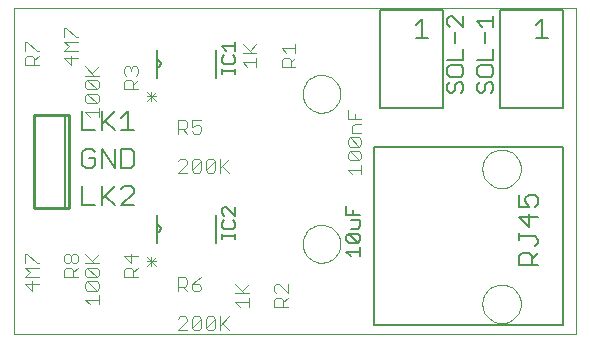
<source format=gto>
G75*
%MOIN*%
%OFA0B0*%
%FSLAX24Y24*%
%IPPOS*%
%LPD*%
%AMOC8*
5,1,8,0,0,1.08239X$1,22.5*
%
%ADD10C,0.0000*%
%ADD11C,0.0060*%
%ADD12C,0.0050*%
%ADD13C,0.0080*%
%ADD14C,0.0030*%
%ADD15C,0.0040*%
%ADD16C,0.0100*%
D10*
X000333Y003833D02*
X000333Y014703D01*
X019075Y014703D01*
X019075Y003833D01*
X000333Y003833D01*
X009953Y006833D02*
X009955Y006883D01*
X009961Y006933D01*
X009971Y006982D01*
X009985Y007030D01*
X010002Y007077D01*
X010023Y007122D01*
X010048Y007166D01*
X010076Y007207D01*
X010108Y007246D01*
X010142Y007283D01*
X010179Y007317D01*
X010219Y007347D01*
X010261Y007374D01*
X010305Y007398D01*
X010351Y007419D01*
X010398Y007435D01*
X010446Y007448D01*
X010496Y007457D01*
X010545Y007462D01*
X010596Y007463D01*
X010646Y007460D01*
X010695Y007453D01*
X010744Y007442D01*
X010792Y007427D01*
X010838Y007409D01*
X010883Y007387D01*
X010926Y007361D01*
X010967Y007332D01*
X011006Y007300D01*
X011042Y007265D01*
X011074Y007227D01*
X011104Y007187D01*
X011131Y007144D01*
X011154Y007100D01*
X011173Y007054D01*
X011189Y007006D01*
X011201Y006957D01*
X011209Y006908D01*
X011213Y006858D01*
X011213Y006808D01*
X011209Y006758D01*
X011201Y006709D01*
X011189Y006660D01*
X011173Y006612D01*
X011154Y006566D01*
X011131Y006522D01*
X011104Y006479D01*
X011074Y006439D01*
X011042Y006401D01*
X011006Y006366D01*
X010967Y006334D01*
X010926Y006305D01*
X010883Y006279D01*
X010838Y006257D01*
X010792Y006239D01*
X010744Y006224D01*
X010695Y006213D01*
X010646Y006206D01*
X010596Y006203D01*
X010545Y006204D01*
X010496Y006209D01*
X010446Y006218D01*
X010398Y006231D01*
X010351Y006247D01*
X010305Y006268D01*
X010261Y006292D01*
X010219Y006319D01*
X010179Y006349D01*
X010142Y006383D01*
X010108Y006420D01*
X010076Y006459D01*
X010048Y006500D01*
X010023Y006544D01*
X010002Y006589D01*
X009985Y006636D01*
X009971Y006684D01*
X009961Y006733D01*
X009955Y006783D01*
X009953Y006833D01*
X015943Y004833D02*
X015945Y004883D01*
X015951Y004933D01*
X015961Y004982D01*
X015974Y005031D01*
X015992Y005078D01*
X016013Y005124D01*
X016037Y005167D01*
X016065Y005209D01*
X016096Y005249D01*
X016130Y005286D01*
X016167Y005320D01*
X016207Y005351D01*
X016249Y005379D01*
X016292Y005403D01*
X016338Y005424D01*
X016385Y005442D01*
X016434Y005455D01*
X016483Y005465D01*
X016533Y005471D01*
X016583Y005473D01*
X016633Y005471D01*
X016683Y005465D01*
X016732Y005455D01*
X016781Y005442D01*
X016828Y005424D01*
X016874Y005403D01*
X016917Y005379D01*
X016959Y005351D01*
X016999Y005320D01*
X017036Y005286D01*
X017070Y005249D01*
X017101Y005209D01*
X017129Y005167D01*
X017153Y005124D01*
X017174Y005078D01*
X017192Y005031D01*
X017205Y004982D01*
X017215Y004933D01*
X017221Y004883D01*
X017223Y004833D01*
X017221Y004783D01*
X017215Y004733D01*
X017205Y004684D01*
X017192Y004635D01*
X017174Y004588D01*
X017153Y004542D01*
X017129Y004499D01*
X017101Y004457D01*
X017070Y004417D01*
X017036Y004380D01*
X016999Y004346D01*
X016959Y004315D01*
X016917Y004287D01*
X016874Y004263D01*
X016828Y004242D01*
X016781Y004224D01*
X016732Y004211D01*
X016683Y004201D01*
X016633Y004195D01*
X016583Y004193D01*
X016533Y004195D01*
X016483Y004201D01*
X016434Y004211D01*
X016385Y004224D01*
X016338Y004242D01*
X016292Y004263D01*
X016249Y004287D01*
X016207Y004315D01*
X016167Y004346D01*
X016130Y004380D01*
X016096Y004417D01*
X016065Y004457D01*
X016037Y004499D01*
X016013Y004542D01*
X015992Y004588D01*
X015974Y004635D01*
X015961Y004684D01*
X015951Y004733D01*
X015945Y004783D01*
X015943Y004833D01*
X015943Y009333D02*
X015945Y009383D01*
X015951Y009433D01*
X015961Y009482D01*
X015974Y009531D01*
X015992Y009578D01*
X016013Y009624D01*
X016037Y009667D01*
X016065Y009709D01*
X016096Y009749D01*
X016130Y009786D01*
X016167Y009820D01*
X016207Y009851D01*
X016249Y009879D01*
X016292Y009903D01*
X016338Y009924D01*
X016385Y009942D01*
X016434Y009955D01*
X016483Y009965D01*
X016533Y009971D01*
X016583Y009973D01*
X016633Y009971D01*
X016683Y009965D01*
X016732Y009955D01*
X016781Y009942D01*
X016828Y009924D01*
X016874Y009903D01*
X016917Y009879D01*
X016959Y009851D01*
X016999Y009820D01*
X017036Y009786D01*
X017070Y009749D01*
X017101Y009709D01*
X017129Y009667D01*
X017153Y009624D01*
X017174Y009578D01*
X017192Y009531D01*
X017205Y009482D01*
X017215Y009433D01*
X017221Y009383D01*
X017223Y009333D01*
X017221Y009283D01*
X017215Y009233D01*
X017205Y009184D01*
X017192Y009135D01*
X017174Y009088D01*
X017153Y009042D01*
X017129Y008999D01*
X017101Y008957D01*
X017070Y008917D01*
X017036Y008880D01*
X016999Y008846D01*
X016959Y008815D01*
X016917Y008787D01*
X016874Y008763D01*
X016828Y008742D01*
X016781Y008724D01*
X016732Y008711D01*
X016683Y008701D01*
X016633Y008695D01*
X016583Y008693D01*
X016533Y008695D01*
X016483Y008701D01*
X016434Y008711D01*
X016385Y008724D01*
X016338Y008742D01*
X016292Y008763D01*
X016249Y008787D01*
X016207Y008815D01*
X016167Y008846D01*
X016130Y008880D01*
X016096Y008917D01*
X016065Y008957D01*
X016037Y008999D01*
X016013Y009042D01*
X015992Y009088D01*
X015974Y009135D01*
X015961Y009184D01*
X015951Y009233D01*
X015945Y009283D01*
X015943Y009333D01*
X009953Y011833D02*
X009955Y011883D01*
X009961Y011933D01*
X009971Y011982D01*
X009985Y012030D01*
X010002Y012077D01*
X010023Y012122D01*
X010048Y012166D01*
X010076Y012207D01*
X010108Y012246D01*
X010142Y012283D01*
X010179Y012317D01*
X010219Y012347D01*
X010261Y012374D01*
X010305Y012398D01*
X010351Y012419D01*
X010398Y012435D01*
X010446Y012448D01*
X010496Y012457D01*
X010545Y012462D01*
X010596Y012463D01*
X010646Y012460D01*
X010695Y012453D01*
X010744Y012442D01*
X010792Y012427D01*
X010838Y012409D01*
X010883Y012387D01*
X010926Y012361D01*
X010967Y012332D01*
X011006Y012300D01*
X011042Y012265D01*
X011074Y012227D01*
X011104Y012187D01*
X011131Y012144D01*
X011154Y012100D01*
X011173Y012054D01*
X011189Y012006D01*
X011201Y011957D01*
X011209Y011908D01*
X011213Y011858D01*
X011213Y011808D01*
X011209Y011758D01*
X011201Y011709D01*
X011189Y011660D01*
X011173Y011612D01*
X011154Y011566D01*
X011131Y011522D01*
X011104Y011479D01*
X011074Y011439D01*
X011042Y011401D01*
X011006Y011366D01*
X010967Y011334D01*
X010926Y011305D01*
X010883Y011279D01*
X010838Y011257D01*
X010792Y011239D01*
X010744Y011224D01*
X010695Y011213D01*
X010646Y011206D01*
X010596Y011203D01*
X010545Y011204D01*
X010496Y011209D01*
X010446Y011218D01*
X010398Y011231D01*
X010351Y011247D01*
X010305Y011268D01*
X010261Y011292D01*
X010219Y011319D01*
X010179Y011349D01*
X010142Y011383D01*
X010108Y011420D01*
X010076Y011459D01*
X010048Y011500D01*
X010023Y011544D01*
X010002Y011589D01*
X009985Y011636D01*
X009971Y011684D01*
X009961Y011733D01*
X009955Y011783D01*
X009953Y011833D01*
D11*
X007063Y012373D02*
X007063Y013293D01*
X005103Y013293D02*
X005103Y012373D01*
X005103Y012713D02*
X005124Y012716D01*
X005144Y012722D01*
X005162Y012732D01*
X005179Y012744D01*
X005193Y012760D01*
X005204Y012777D01*
X005212Y012797D01*
X005217Y012817D01*
X005218Y012838D01*
X005215Y012859D01*
X005209Y012879D01*
X005199Y012897D01*
X005187Y012914D01*
X005171Y012928D01*
X005154Y012939D01*
X005134Y012947D01*
X005114Y012952D01*
X005093Y012953D01*
X004116Y011254D02*
X004116Y010613D01*
X004329Y010613D02*
X003902Y010613D01*
X003685Y010613D02*
X003365Y010934D01*
X003258Y010827D02*
X003685Y011254D01*
X003902Y011040D02*
X004116Y011254D01*
X003258Y011254D02*
X003258Y010613D01*
X003040Y010613D02*
X002613Y010613D01*
X002613Y011254D01*
X002016Y011091D02*
X002016Y008075D01*
X002613Y008113D02*
X003040Y008113D01*
X003258Y008113D02*
X003258Y008754D01*
X003258Y008327D02*
X003685Y008754D01*
X003902Y008647D02*
X004009Y008754D01*
X004223Y008754D01*
X004329Y008647D01*
X004329Y008540D01*
X003902Y008113D01*
X004329Y008113D01*
X003685Y008113D02*
X003365Y008434D01*
X002613Y008754D02*
X002613Y008113D01*
X002720Y009363D02*
X002934Y009363D01*
X003040Y009470D01*
X003040Y009684D01*
X002827Y009684D01*
X003040Y009897D02*
X002934Y010004D01*
X002720Y010004D01*
X002613Y009897D01*
X002613Y009470D01*
X002720Y009363D01*
X003258Y009363D02*
X003258Y010004D01*
X003685Y009363D01*
X003685Y010004D01*
X003902Y010004D02*
X004223Y010004D01*
X004329Y009897D01*
X004329Y009470D01*
X004223Y009363D01*
X003902Y009363D01*
X003902Y010004D01*
X005103Y007793D02*
X005103Y006873D01*
X005103Y007213D02*
X005124Y007216D01*
X005144Y007222D01*
X005162Y007232D01*
X005179Y007244D01*
X005193Y007260D01*
X005204Y007277D01*
X005212Y007297D01*
X005217Y007317D01*
X005218Y007338D01*
X005215Y007359D01*
X005209Y007379D01*
X005199Y007397D01*
X005187Y007414D01*
X005171Y007428D01*
X005154Y007439D01*
X005134Y007447D01*
X005114Y007452D01*
X005093Y007453D01*
X007063Y007793D02*
X007063Y006873D01*
X017163Y006971D02*
X017163Y007185D01*
X017163Y007078D02*
X017697Y007078D01*
X017803Y006971D01*
X017803Y006865D01*
X017697Y006758D01*
X017803Y006540D02*
X017590Y006327D01*
X017590Y006434D02*
X017590Y006113D01*
X017803Y006113D02*
X017163Y006113D01*
X017163Y006434D01*
X017270Y006540D01*
X017483Y006540D01*
X017590Y006434D01*
X017483Y007402D02*
X017483Y007829D01*
X017483Y008047D02*
X017163Y008047D01*
X017163Y008474D01*
X017376Y008367D02*
X017483Y008474D01*
X017697Y008474D01*
X017803Y008367D01*
X017803Y008154D01*
X017697Y008047D01*
X017483Y008047D02*
X017376Y008260D01*
X017376Y008367D01*
X017163Y007723D02*
X017483Y007402D01*
X017803Y007723D02*
X017163Y007723D01*
D12*
X011858Y007798D02*
X011408Y007798D01*
X011408Y008098D01*
X011633Y007948D02*
X011633Y007798D01*
X011558Y007638D02*
X011858Y007638D01*
X011858Y007413D01*
X011783Y007338D01*
X011558Y007338D01*
X011483Y007177D02*
X011783Y006877D01*
X011858Y006952D01*
X011858Y007102D01*
X011783Y007177D01*
X011483Y007177D01*
X011408Y007102D01*
X011408Y006952D01*
X011483Y006877D01*
X011783Y006877D01*
X011858Y006717D02*
X011858Y006417D01*
X011858Y006567D02*
X011408Y006567D01*
X011558Y006417D01*
X007708Y007008D02*
X007708Y007158D01*
X007708Y007083D02*
X007258Y007083D01*
X007258Y007008D02*
X007258Y007158D01*
X007333Y007315D02*
X007633Y007315D01*
X007708Y007390D01*
X007708Y007540D01*
X007633Y007616D01*
X007708Y007776D02*
X007408Y008076D01*
X007333Y008076D01*
X007258Y008001D01*
X007258Y007851D01*
X007333Y007776D01*
X007333Y007616D02*
X007258Y007540D01*
X007258Y007390D01*
X007333Y007315D01*
X007708Y007776D02*
X007708Y008076D01*
X007708Y012508D02*
X007708Y012658D01*
X007708Y012583D02*
X007258Y012583D01*
X007258Y012508D02*
X007258Y012658D01*
X007333Y012815D02*
X007633Y012815D01*
X007708Y012890D01*
X007708Y013040D01*
X007633Y013116D01*
X007708Y013276D02*
X007708Y013576D01*
X007708Y013426D02*
X007258Y013426D01*
X007408Y013276D01*
X007333Y013116D02*
X007258Y013040D01*
X007258Y012890D01*
X007333Y012815D01*
X013735Y013710D02*
X014142Y013710D01*
X013938Y013710D02*
X013938Y014321D01*
X013735Y014117D01*
X014758Y014160D02*
X014850Y014068D01*
X014758Y014160D02*
X014758Y014343D01*
X014850Y014435D01*
X014941Y014435D01*
X015308Y014068D01*
X015308Y014435D01*
X015758Y014252D02*
X016308Y014252D01*
X016308Y014435D02*
X016308Y014068D01*
X016033Y013883D02*
X016033Y013516D01*
X016308Y013330D02*
X016308Y012963D01*
X015758Y012963D01*
X015850Y012778D02*
X015758Y012686D01*
X015758Y012503D01*
X015850Y012411D01*
X016217Y012411D01*
X016308Y012503D01*
X016308Y012686D01*
X016217Y012778D01*
X015850Y012778D01*
X015308Y012686D02*
X015308Y012503D01*
X015217Y012411D01*
X014850Y012411D01*
X014758Y012503D01*
X014758Y012686D01*
X014850Y012778D01*
X015217Y012778D01*
X015308Y012686D01*
X015308Y012963D02*
X015308Y013330D01*
X015033Y013516D02*
X015033Y013883D01*
X015758Y014252D02*
X015941Y014068D01*
X015308Y012963D02*
X014758Y012963D01*
X014850Y012225D02*
X014758Y012134D01*
X014758Y011950D01*
X014850Y011858D01*
X014941Y011858D01*
X015033Y011950D01*
X015033Y012134D01*
X015125Y012225D01*
X015217Y012225D01*
X015308Y012134D01*
X015308Y011950D01*
X015217Y011858D01*
X015758Y011950D02*
X015850Y011858D01*
X015941Y011858D01*
X016033Y011950D01*
X016033Y012134D01*
X016125Y012225D01*
X016217Y012225D01*
X016308Y012134D01*
X016308Y011950D01*
X016217Y011858D01*
X015758Y011950D02*
X015758Y012134D01*
X015850Y012225D01*
X017735Y013710D02*
X018142Y013710D01*
X017938Y013710D02*
X017938Y014321D01*
X017735Y014117D01*
D13*
X018634Y014639D02*
X018634Y011375D01*
X016533Y011375D01*
X016533Y014639D01*
X018634Y014639D01*
X014634Y014639D02*
X014634Y011375D01*
X012533Y011375D01*
X012533Y014639D01*
X014634Y014639D01*
X012324Y010047D02*
X018647Y010047D01*
X018647Y004120D01*
X012324Y004120D01*
X012324Y010047D01*
D14*
X005070Y011588D02*
X004756Y011902D01*
X004756Y011745D02*
X005070Y011745D01*
X005070Y011902D02*
X004756Y011588D01*
X004913Y011588D02*
X004913Y011902D01*
X004913Y006402D02*
X004913Y006088D01*
X004756Y006088D02*
X005070Y006402D01*
X005070Y006245D02*
X004756Y006245D01*
X004756Y006402D02*
X005070Y006088D01*
D15*
X004463Y006039D02*
X004310Y005886D01*
X004310Y005963D02*
X004310Y005733D01*
X004463Y005733D02*
X004003Y005733D01*
X004003Y005963D01*
X004080Y006039D01*
X004233Y006039D01*
X004310Y005963D01*
X004233Y006193D02*
X004233Y006500D01*
X004003Y006423D02*
X004233Y006193D01*
X004463Y006423D02*
X004003Y006423D01*
X003163Y006500D02*
X002933Y006270D01*
X003010Y006193D02*
X002703Y006500D01*
X002463Y006423D02*
X002463Y006270D01*
X002387Y006193D01*
X002310Y006193D01*
X002233Y006270D01*
X002233Y006423D01*
X002310Y006500D01*
X002387Y006500D01*
X002463Y006423D01*
X002233Y006423D02*
X002156Y006500D01*
X002080Y006500D01*
X002003Y006423D01*
X002003Y006270D01*
X002080Y006193D01*
X002156Y006193D01*
X002233Y006270D01*
X002233Y006039D02*
X002080Y006039D01*
X002003Y005963D01*
X002003Y005733D01*
X002463Y005733D01*
X002310Y005733D02*
X002310Y005963D01*
X002233Y006039D01*
X002310Y005886D02*
X002463Y006039D01*
X002703Y005963D02*
X002780Y006039D01*
X003087Y005733D01*
X003163Y005809D01*
X003163Y005963D01*
X003087Y006039D01*
X002780Y006039D01*
X002703Y005963D02*
X002703Y005809D01*
X002780Y005733D01*
X003087Y005733D01*
X003087Y005579D02*
X003163Y005502D01*
X003163Y005349D01*
X003087Y005272D01*
X002780Y005579D01*
X002703Y005502D01*
X002703Y005349D01*
X002780Y005272D01*
X003087Y005272D01*
X003163Y005119D02*
X003163Y004812D01*
X003163Y004965D02*
X002703Y004965D01*
X002856Y004812D01*
X002780Y005579D02*
X003087Y005579D01*
X003163Y006193D02*
X002703Y006193D01*
X001163Y006193D02*
X001087Y006193D01*
X000780Y006500D01*
X000703Y006500D01*
X000703Y006193D01*
X000703Y006039D02*
X001163Y006039D01*
X001163Y005733D02*
X000703Y005733D01*
X000856Y005886D01*
X000703Y006039D01*
X000933Y005579D02*
X000933Y005272D01*
X000703Y005502D01*
X001163Y005502D01*
X005803Y005407D02*
X006034Y005407D01*
X006110Y005484D01*
X006110Y005637D01*
X006034Y005714D01*
X005803Y005714D01*
X005803Y005253D01*
X005957Y005407D02*
X006110Y005253D01*
X006264Y005330D02*
X006340Y005253D01*
X006494Y005253D01*
X006571Y005330D01*
X006571Y005407D01*
X006494Y005484D01*
X006264Y005484D01*
X006264Y005330D01*
X006264Y005484D02*
X006417Y005637D01*
X006571Y005714D01*
X007703Y005500D02*
X008010Y005193D01*
X007933Y005270D02*
X008163Y005500D01*
X008163Y005193D02*
X007703Y005193D01*
X007703Y004886D02*
X008163Y004886D01*
X008163Y004733D02*
X008163Y005039D01*
X007856Y004733D02*
X007703Y004886D01*
X007491Y004414D02*
X007185Y004107D01*
X007261Y004184D02*
X007491Y003953D01*
X007185Y003953D02*
X007185Y004414D01*
X007031Y004337D02*
X006724Y004030D01*
X006801Y003953D01*
X006954Y003953D01*
X007031Y004030D01*
X007031Y004337D01*
X006954Y004414D01*
X006801Y004414D01*
X006724Y004337D01*
X006724Y004030D01*
X006571Y004030D02*
X006494Y003953D01*
X006340Y003953D01*
X006264Y004030D01*
X006571Y004337D01*
X006571Y004030D01*
X006264Y004030D02*
X006264Y004337D01*
X006340Y004414D01*
X006494Y004414D01*
X006571Y004337D01*
X006110Y004337D02*
X006034Y004414D01*
X005880Y004414D01*
X005803Y004337D01*
X006110Y004337D02*
X006110Y004260D01*
X005803Y003953D01*
X006110Y003953D01*
X009003Y004733D02*
X009003Y004963D01*
X009080Y005039D01*
X009233Y005039D01*
X009310Y004963D01*
X009310Y004733D01*
X009310Y004886D02*
X009463Y005039D01*
X009463Y005193D02*
X009156Y005500D01*
X009080Y005500D01*
X009003Y005423D01*
X009003Y005270D01*
X009080Y005193D01*
X009463Y005193D02*
X009463Y005500D01*
X009463Y004733D02*
X009003Y004733D01*
X011606Y009151D02*
X011453Y009305D01*
X011913Y009305D01*
X011913Y009458D02*
X011913Y009151D01*
X011837Y009612D02*
X011530Y009612D01*
X011453Y009688D01*
X011453Y009842D01*
X011530Y009919D01*
X011837Y009612D01*
X011913Y009688D01*
X011913Y009842D01*
X011837Y009919D01*
X011530Y009919D01*
X011530Y010072D02*
X011453Y010149D01*
X011453Y010302D01*
X011530Y010379D01*
X011837Y010072D01*
X011913Y010149D01*
X011913Y010302D01*
X011837Y010379D01*
X011530Y010379D01*
X011606Y010533D02*
X011606Y010763D01*
X011683Y010839D01*
X011913Y010839D01*
X011913Y010993D02*
X011453Y010993D01*
X011453Y011300D01*
X011683Y011146D02*
X011683Y010993D01*
X011606Y010533D02*
X011913Y010533D01*
X011837Y010072D02*
X011530Y010072D01*
X009713Y012733D02*
X009253Y012733D01*
X009253Y012963D01*
X009330Y013039D01*
X009483Y013039D01*
X009560Y012963D01*
X009560Y012733D01*
X009560Y012886D02*
X009713Y013039D01*
X009713Y013193D02*
X009713Y013500D01*
X009713Y013346D02*
X009253Y013346D01*
X009406Y013193D01*
X008413Y013193D02*
X007953Y013193D01*
X008183Y013270D02*
X008413Y013500D01*
X008260Y013193D02*
X007953Y013500D01*
X008413Y013039D02*
X008413Y012733D01*
X008413Y012886D02*
X007953Y012886D01*
X008106Y012733D01*
X006571Y010964D02*
X006264Y010964D01*
X006264Y010734D01*
X006417Y010810D01*
X006494Y010810D01*
X006571Y010734D01*
X006571Y010580D01*
X006494Y010503D01*
X006340Y010503D01*
X006264Y010580D01*
X006110Y010503D02*
X005957Y010657D01*
X006034Y010657D02*
X005803Y010657D01*
X005803Y010503D02*
X005803Y010964D01*
X006034Y010964D01*
X006110Y010887D01*
X006110Y010734D01*
X006034Y010657D01*
X006034Y009664D02*
X005880Y009664D01*
X005803Y009587D01*
X006034Y009664D02*
X006110Y009587D01*
X006110Y009510D01*
X005803Y009203D01*
X006110Y009203D01*
X006264Y009280D02*
X006571Y009587D01*
X006571Y009280D01*
X006494Y009203D01*
X006340Y009203D01*
X006264Y009280D01*
X006264Y009587D01*
X006340Y009664D01*
X006494Y009664D01*
X006571Y009587D01*
X006724Y009587D02*
X006801Y009664D01*
X006954Y009664D01*
X007031Y009587D01*
X006724Y009280D01*
X006801Y009203D01*
X006954Y009203D01*
X007031Y009280D01*
X007031Y009587D01*
X007185Y009664D02*
X007185Y009203D01*
X007185Y009357D02*
X007491Y009664D01*
X007261Y009434D02*
X007491Y009203D01*
X006724Y009280D02*
X006724Y009587D01*
X004463Y011983D02*
X004003Y011983D01*
X004003Y012213D01*
X004080Y012289D01*
X004233Y012289D01*
X004310Y012213D01*
X004310Y011983D01*
X004310Y012136D02*
X004463Y012289D01*
X004387Y012443D02*
X004463Y012520D01*
X004463Y012673D01*
X004387Y012750D01*
X004310Y012750D01*
X004233Y012673D01*
X004233Y012596D01*
X004233Y012673D02*
X004156Y012750D01*
X004080Y012750D01*
X004003Y012673D01*
X004003Y012520D01*
X004080Y012443D01*
X003163Y012443D02*
X002703Y012443D01*
X002780Y012289D02*
X003087Y011983D01*
X003163Y012059D01*
X003163Y012213D01*
X003087Y012289D01*
X002780Y012289D01*
X002703Y012213D01*
X002703Y012059D01*
X002780Y011983D01*
X003087Y011983D01*
X003087Y011829D02*
X003163Y011752D01*
X003163Y011599D01*
X003087Y011522D01*
X002780Y011829D01*
X003087Y011829D01*
X003087Y011522D02*
X002780Y011522D01*
X002703Y011599D01*
X002703Y011752D01*
X002780Y011829D01*
X003163Y011369D02*
X003163Y011062D01*
X003163Y011215D02*
X002703Y011215D01*
X002856Y011062D01*
X003010Y012443D02*
X002703Y012750D01*
X002933Y012520D02*
X003163Y012750D01*
X002463Y013034D02*
X002003Y013034D01*
X002233Y012803D01*
X002233Y013110D01*
X002003Y013264D02*
X002156Y013417D01*
X002003Y013571D01*
X002463Y013571D01*
X002463Y013724D02*
X002387Y013724D01*
X002080Y014031D01*
X002003Y014031D01*
X002003Y013724D01*
X002003Y013264D02*
X002463Y013264D01*
X001163Y013264D02*
X001087Y013264D01*
X000780Y013571D01*
X000703Y013571D01*
X000703Y013264D01*
X000780Y013110D02*
X000933Y013110D01*
X001010Y013034D01*
X001010Y012803D01*
X001163Y012803D02*
X000703Y012803D01*
X000703Y013034D01*
X000780Y013110D01*
X001010Y012957D02*
X001163Y013110D01*
D16*
X001012Y011135D02*
X002154Y011135D01*
X002154Y008032D01*
X001012Y008032D01*
X001012Y011135D01*
M02*

</source>
